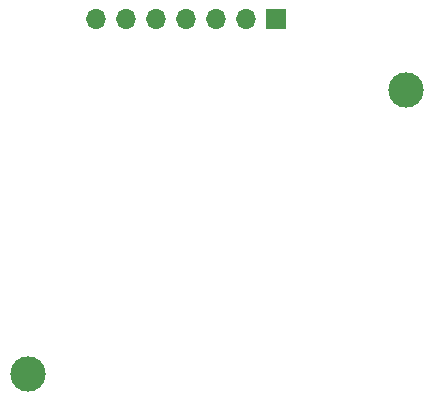
<source format=gbr>
%TF.GenerationSoftware,KiCad,Pcbnew,8.0.1*%
%TF.CreationDate,2024-04-03T15:52:09+05:30*%
%TF.ProjectId,ResistiveCrossbar,52657369-7374-4697-9665-43726f737362,rev?*%
%TF.SameCoordinates,Original*%
%TF.FileFunction,Soldermask,Bot*%
%TF.FilePolarity,Negative*%
%FSLAX46Y46*%
G04 Gerber Fmt 4.6, Leading zero omitted, Abs format (unit mm)*
G04 Created by KiCad (PCBNEW 8.0.1) date 2024-04-03 15:52:09*
%MOMM*%
%LPD*%
G01*
G04 APERTURE LIST*
%ADD10C,3.000000*%
%ADD11R,1.700000X1.700000*%
%ADD12O,1.700000X1.700000*%
G04 APERTURE END LIST*
D10*
%TO.C,H2*%
X120000000Y-74000000D03*
%TD*%
%TO.C,H1*%
X152000000Y-50000000D03*
%TD*%
D11*
%TO.C,J1*%
X141000000Y-44000000D03*
D12*
X138460000Y-44000000D03*
X135920000Y-44000000D03*
X133380000Y-44000000D03*
X130840000Y-44000000D03*
X128300000Y-44000000D03*
X125760000Y-44000000D03*
%TD*%
M02*

</source>
